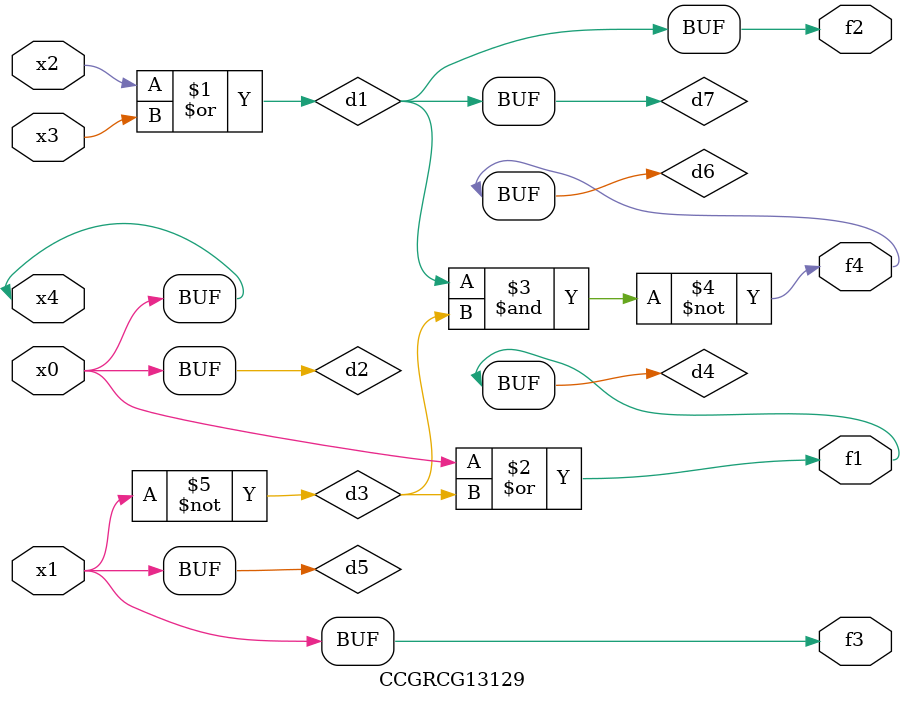
<source format=v>
module CCGRCG13129(
	input x0, x1, x2, x3, x4,
	output f1, f2, f3, f4
);

	wire d1, d2, d3, d4, d5, d6, d7;

	or (d1, x2, x3);
	buf (d2, x0, x4);
	not (d3, x1);
	or (d4, d2, d3);
	not (d5, d3);
	nand (d6, d1, d3);
	or (d7, d1);
	assign f1 = d4;
	assign f2 = d7;
	assign f3 = d5;
	assign f4 = d6;
endmodule

</source>
